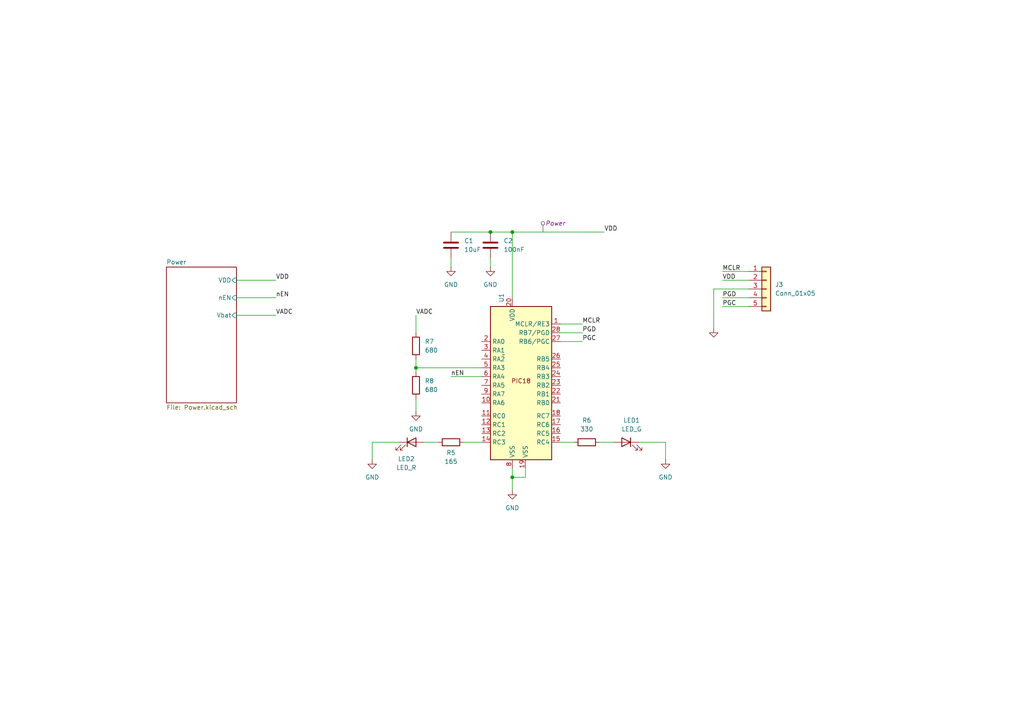
<source format=kicad_sch>
(kicad_sch
	(version 20231120)
	(generator "eeschema")
	(generator_version "8.0")
	(uuid "c24e2f21-8797-422e-bbec-670f84f6d04a")
	(paper "A4")
	(lib_symbols
		(symbol "Connector_Generic:Conn_01x05"
			(pin_names
				(offset 1.016) hide)
			(exclude_from_sim no)
			(in_bom yes)
			(on_board yes)
			(property "Reference" "J"
				(at 0 7.62 0)
				(effects
					(font
						(size 1.27 1.27)
					)
				)
			)
			(property "Value" "Conn_01x05"
				(at 0 -7.62 0)
				(effects
					(font
						(size 1.27 1.27)
					)
				)
			)
			(property "Footprint" ""
				(at 0 0 0)
				(effects
					(font
						(size 1.27 1.27)
					)
					(hide yes)
				)
			)
			(property "Datasheet" "~"
				(at 0 0 0)
				(effects
					(font
						(size 1.27 1.27)
					)
					(hide yes)
				)
			)
			(property "Description" "Generic connector, single row, 01x05, script generated (kicad-library-utils/schlib/autogen/connector/)"
				(at 0 0 0)
				(effects
					(font
						(size 1.27 1.27)
					)
					(hide yes)
				)
			)
			(property "ki_keywords" "connector"
				(at 0 0 0)
				(effects
					(font
						(size 1.27 1.27)
					)
					(hide yes)
				)
			)
			(property "ki_fp_filters" "Connector*:*_1x??_*"
				(at 0 0 0)
				(effects
					(font
						(size 1.27 1.27)
					)
					(hide yes)
				)
			)
			(symbol "Conn_01x05_1_1"
				(rectangle
					(start -1.27 -4.953)
					(end 0 -5.207)
					(stroke
						(width 0.1524)
						(type default)
					)
					(fill
						(type none)
					)
				)
				(rectangle
					(start -1.27 -2.413)
					(end 0 -2.667)
					(stroke
						(width 0.1524)
						(type default)
					)
					(fill
						(type none)
					)
				)
				(rectangle
					(start -1.27 0.127)
					(end 0 -0.127)
					(stroke
						(width 0.1524)
						(type default)
					)
					(fill
						(type none)
					)
				)
				(rectangle
					(start -1.27 2.667)
					(end 0 2.413)
					(stroke
						(width 0.1524)
						(type default)
					)
					(fill
						(type none)
					)
				)
				(rectangle
					(start -1.27 5.207)
					(end 0 4.953)
					(stroke
						(width 0.1524)
						(type default)
					)
					(fill
						(type none)
					)
				)
				(rectangle
					(start -1.27 6.35)
					(end 1.27 -6.35)
					(stroke
						(width 0.254)
						(type default)
					)
					(fill
						(type background)
					)
				)
				(pin passive line
					(at -5.08 5.08 0)
					(length 3.81)
					(name "Pin_1"
						(effects
							(font
								(size 1.27 1.27)
							)
						)
					)
					(number "1"
						(effects
							(font
								(size 1.27 1.27)
							)
						)
					)
				)
				(pin passive line
					(at -5.08 2.54 0)
					(length 3.81)
					(name "Pin_2"
						(effects
							(font
								(size 1.27 1.27)
							)
						)
					)
					(number "2"
						(effects
							(font
								(size 1.27 1.27)
							)
						)
					)
				)
				(pin passive line
					(at -5.08 0 0)
					(length 3.81)
					(name "Pin_3"
						(effects
							(font
								(size 1.27 1.27)
							)
						)
					)
					(number "3"
						(effects
							(font
								(size 1.27 1.27)
							)
						)
					)
				)
				(pin passive line
					(at -5.08 -2.54 0)
					(length 3.81)
					(name "Pin_4"
						(effects
							(font
								(size 1.27 1.27)
							)
						)
					)
					(number "4"
						(effects
							(font
								(size 1.27 1.27)
							)
						)
					)
				)
				(pin passive line
					(at -5.08 -5.08 0)
					(length 3.81)
					(name "Pin_5"
						(effects
							(font
								(size 1.27 1.27)
							)
						)
					)
					(number "5"
						(effects
							(font
								(size 1.27 1.27)
							)
						)
					)
				)
			)
		)
		(symbol "Device:C"
			(pin_numbers hide)
			(pin_names
				(offset 0.254)
			)
			(exclude_from_sim no)
			(in_bom yes)
			(on_board yes)
			(property "Reference" "C"
				(at 0.635 2.54 0)
				(effects
					(font
						(size 1.27 1.27)
					)
					(justify left)
				)
			)
			(property "Value" "C"
				(at 0.635 -2.54 0)
				(effects
					(font
						(size 1.27 1.27)
					)
					(justify left)
				)
			)
			(property "Footprint" ""
				(at 0.9652 -3.81 0)
				(effects
					(font
						(size 1.27 1.27)
					)
					(hide yes)
				)
			)
			(property "Datasheet" "~"
				(at 0 0 0)
				(effects
					(font
						(size 1.27 1.27)
					)
					(hide yes)
				)
			)
			(property "Description" "Unpolarized capacitor"
				(at 0 0 0)
				(effects
					(font
						(size 1.27 1.27)
					)
					(hide yes)
				)
			)
			(property "ki_keywords" "cap capacitor"
				(at 0 0 0)
				(effects
					(font
						(size 1.27 1.27)
					)
					(hide yes)
				)
			)
			(property "ki_fp_filters" "C_*"
				(at 0 0 0)
				(effects
					(font
						(size 1.27 1.27)
					)
					(hide yes)
				)
			)
			(symbol "C_0_1"
				(polyline
					(pts
						(xy -2.032 -0.762) (xy 2.032 -0.762)
					)
					(stroke
						(width 0.508)
						(type default)
					)
					(fill
						(type none)
					)
				)
				(polyline
					(pts
						(xy -2.032 0.762) (xy 2.032 0.762)
					)
					(stroke
						(width 0.508)
						(type default)
					)
					(fill
						(type none)
					)
				)
			)
			(symbol "C_1_1"
				(pin passive line
					(at 0 3.81 270)
					(length 2.794)
					(name "~"
						(effects
							(font
								(size 1.27 1.27)
							)
						)
					)
					(number "1"
						(effects
							(font
								(size 1.27 1.27)
							)
						)
					)
				)
				(pin passive line
					(at 0 -3.81 90)
					(length 2.794)
					(name "~"
						(effects
							(font
								(size 1.27 1.27)
							)
						)
					)
					(number "2"
						(effects
							(font
								(size 1.27 1.27)
							)
						)
					)
				)
			)
		)
		(symbol "Device:LED"
			(pin_numbers hide)
			(pin_names
				(offset 1.016) hide)
			(exclude_from_sim no)
			(in_bom yes)
			(on_board yes)
			(property "Reference" "D"
				(at 0 2.54 0)
				(effects
					(font
						(size 1.27 1.27)
					)
				)
			)
			(property "Value" "LED"
				(at 0 -2.54 0)
				(effects
					(font
						(size 1.27 1.27)
					)
				)
			)
			(property "Footprint" ""
				(at 0 0 0)
				(effects
					(font
						(size 1.27 1.27)
					)
					(hide yes)
				)
			)
			(property "Datasheet" "~"
				(at 0 0 0)
				(effects
					(font
						(size 1.27 1.27)
					)
					(hide yes)
				)
			)
			(property "Description" "Light emitting diode"
				(at 0 0 0)
				(effects
					(font
						(size 1.27 1.27)
					)
					(hide yes)
				)
			)
			(property "ki_keywords" "LED diode"
				(at 0 0 0)
				(effects
					(font
						(size 1.27 1.27)
					)
					(hide yes)
				)
			)
			(property "ki_fp_filters" "LED* LED_SMD:* LED_THT:*"
				(at 0 0 0)
				(effects
					(font
						(size 1.27 1.27)
					)
					(hide yes)
				)
			)
			(symbol "LED_0_1"
				(polyline
					(pts
						(xy -1.27 -1.27) (xy -1.27 1.27)
					)
					(stroke
						(width 0.254)
						(type default)
					)
					(fill
						(type none)
					)
				)
				(polyline
					(pts
						(xy -1.27 0) (xy 1.27 0)
					)
					(stroke
						(width 0)
						(type default)
					)
					(fill
						(type none)
					)
				)
				(polyline
					(pts
						(xy 1.27 -1.27) (xy 1.27 1.27) (xy -1.27 0) (xy 1.27 -1.27)
					)
					(stroke
						(width 0.254)
						(type default)
					)
					(fill
						(type none)
					)
				)
				(polyline
					(pts
						(xy -3.048 -0.762) (xy -4.572 -2.286) (xy -3.81 -2.286) (xy -4.572 -2.286) (xy -4.572 -1.524)
					)
					(stroke
						(width 0)
						(type default)
					)
					(fill
						(type none)
					)
				)
				(polyline
					(pts
						(xy -1.778 -0.762) (xy -3.302 -2.286) (xy -2.54 -2.286) (xy -3.302 -2.286) (xy -3.302 -1.524)
					)
					(stroke
						(width 0)
						(type default)
					)
					(fill
						(type none)
					)
				)
			)
			(symbol "LED_1_1"
				(pin passive line
					(at -3.81 0 0)
					(length 2.54)
					(name "K"
						(effects
							(font
								(size 1.27 1.27)
							)
						)
					)
					(number "1"
						(effects
							(font
								(size 1.27 1.27)
							)
						)
					)
				)
				(pin passive line
					(at 3.81 0 180)
					(length 2.54)
					(name "A"
						(effects
							(font
								(size 1.27 1.27)
							)
						)
					)
					(number "2"
						(effects
							(font
								(size 1.27 1.27)
							)
						)
					)
				)
			)
		)
		(symbol "Device:R"
			(pin_numbers hide)
			(pin_names
				(offset 0)
			)
			(exclude_from_sim no)
			(in_bom yes)
			(on_board yes)
			(property "Reference" "R"
				(at 2.032 0 90)
				(effects
					(font
						(size 1.27 1.27)
					)
				)
			)
			(property "Value" "R"
				(at 0 0 90)
				(effects
					(font
						(size 1.27 1.27)
					)
				)
			)
			(property "Footprint" ""
				(at -1.778 0 90)
				(effects
					(font
						(size 1.27 1.27)
					)
					(hide yes)
				)
			)
			(property "Datasheet" "~"
				(at 0 0 0)
				(effects
					(font
						(size 1.27 1.27)
					)
					(hide yes)
				)
			)
			(property "Description" "Resistor"
				(at 0 0 0)
				(effects
					(font
						(size 1.27 1.27)
					)
					(hide yes)
				)
			)
			(property "ki_keywords" "R res resistor"
				(at 0 0 0)
				(effects
					(font
						(size 1.27 1.27)
					)
					(hide yes)
				)
			)
			(property "ki_fp_filters" "R_*"
				(at 0 0 0)
				(effects
					(font
						(size 1.27 1.27)
					)
					(hide yes)
				)
			)
			(symbol "R_0_1"
				(rectangle
					(start -1.016 -2.54)
					(end 1.016 2.54)
					(stroke
						(width 0.254)
						(type default)
					)
					(fill
						(type none)
					)
				)
			)
			(symbol "R_1_1"
				(pin passive line
					(at 0 3.81 270)
					(length 1.27)
					(name "~"
						(effects
							(font
								(size 1.27 1.27)
							)
						)
					)
					(number "1"
						(effects
							(font
								(size 1.27 1.27)
							)
						)
					)
				)
				(pin passive line
					(at 0 -3.81 90)
					(length 1.27)
					(name "~"
						(effects
							(font
								(size 1.27 1.27)
							)
						)
					)
					(number "2"
						(effects
							(font
								(size 1.27 1.27)
							)
						)
					)
				)
			)
		)
		(symbol "PIC_MCU:PIC18LF26K22-I/SO"
			(exclude_from_sim no)
			(in_bom yes)
			(on_board yes)
			(property "Reference" "U"
				(at -1.27 22.86 0)
				(effects
					(font
						(size 1.27 1.27)
					)
				)
			)
			(property "Value" ""
				(at -5.08 7.62 0)
				(effects
					(font
						(size 1.27 1.27)
					)
				)
			)
			(property "Footprint" ""
				(at -5.08 7.62 0)
				(effects
					(font
						(size 1.27 1.27)
					)
					(hide yes)
				)
			)
			(property "Datasheet" ""
				(at -5.08 7.62 0)
				(effects
					(font
						(size 1.27 1.27)
					)
					(hide yes)
				)
			)
			(property "Description" ""
				(at 0 0 0)
				(effects
					(font
						(size 1.27 1.27)
					)
					(hide yes)
				)
			)
			(symbol "PIC18LF26K22-I/SO_1_1"
				(rectangle
					(start -8.89 21.59)
					(end 8.89 -22.86)
					(stroke
						(width 0.254)
						(type default)
					)
					(fill
						(type background)
					)
				)
				(text "PIC18"
					(at 0 0 0)
					(effects
						(font
							(size 1.27 1.27)
						)
					)
				)
				(pin bidirectional line
					(at 11.43 16.51 180)
					(length 2.54)
					(name "MCLR/RE3"
						(effects
							(font
								(size 1.27 1.27)
							)
						)
					)
					(number "1"
						(effects
							(font
								(size 1.27 1.27)
							)
						)
					)
				)
				(pin bidirectional line
					(at -11.43 -6.35 0)
					(length 2.54)
					(name "RA6"
						(effects
							(font
								(size 1.27 1.27)
							)
						)
					)
					(number "10"
						(effects
							(font
								(size 1.27 1.27)
							)
						)
					)
				)
				(pin bidirectional line
					(at -11.43 -10.16 0)
					(length 2.54)
					(name "RC0"
						(effects
							(font
								(size 1.27 1.27)
							)
						)
					)
					(number "11"
						(effects
							(font
								(size 1.27 1.27)
							)
						)
					)
				)
				(pin bidirectional line
					(at -11.43 -12.7 0)
					(length 2.54)
					(name "RC1"
						(effects
							(font
								(size 1.27 1.27)
							)
						)
					)
					(number "12"
						(effects
							(font
								(size 1.27 1.27)
							)
						)
					)
				)
				(pin bidirectional line
					(at -11.43 -15.24 0)
					(length 2.54)
					(name "RC2"
						(effects
							(font
								(size 1.27 1.27)
							)
						)
					)
					(number "13"
						(effects
							(font
								(size 1.27 1.27)
							)
						)
					)
				)
				(pin bidirectional line
					(at -11.43 -17.78 0)
					(length 2.54)
					(name "RC3"
						(effects
							(font
								(size 1.27 1.27)
							)
						)
					)
					(number "14"
						(effects
							(font
								(size 1.27 1.27)
							)
						)
					)
				)
				(pin bidirectional line
					(at 11.43 -17.78 180)
					(length 2.54)
					(name "RC4"
						(effects
							(font
								(size 1.27 1.27)
							)
						)
					)
					(number "15"
						(effects
							(font
								(size 1.27 1.27)
							)
						)
					)
				)
				(pin bidirectional line
					(at 11.43 -15.24 180)
					(length 2.54)
					(name "RC5"
						(effects
							(font
								(size 1.27 1.27)
							)
						)
					)
					(number "16"
						(effects
							(font
								(size 1.27 1.27)
							)
						)
					)
				)
				(pin bidirectional line
					(at 11.43 -12.7 180)
					(length 2.54)
					(name "RC6"
						(effects
							(font
								(size 1.27 1.27)
							)
						)
					)
					(number "17"
						(effects
							(font
								(size 1.27 1.27)
							)
						)
					)
				)
				(pin bidirectional line
					(at 11.43 -10.16 180)
					(length 2.54)
					(name "RC7"
						(effects
							(font
								(size 1.27 1.27)
							)
						)
					)
					(number "18"
						(effects
							(font
								(size 1.27 1.27)
							)
						)
					)
				)
				(pin power_in line
					(at 1.27 -25.4 90)
					(length 2.54)
					(name "VSS"
						(effects
							(font
								(size 1.27 1.27)
							)
						)
					)
					(number "19"
						(effects
							(font
								(size 1.27 1.27)
							)
						)
					)
				)
				(pin bidirectional line
					(at -11.43 11.43 0)
					(length 2.54)
					(name "RA0"
						(effects
							(font
								(size 1.27 1.27)
							)
						)
					)
					(number "2"
						(effects
							(font
								(size 1.27 1.27)
							)
						)
					)
				)
				(pin power_in line
					(at -2.54 24.13 270)
					(length 2.54)
					(name "VDD"
						(effects
							(font
								(size 1.27 1.27)
							)
						)
					)
					(number "20"
						(effects
							(font
								(size 1.27 1.27)
							)
						)
					)
				)
				(pin bidirectional line
					(at 11.43 -6.35 180)
					(length 2.54)
					(name "RB0"
						(effects
							(font
								(size 1.27 1.27)
							)
						)
					)
					(number "21"
						(effects
							(font
								(size 1.27 1.27)
							)
						)
					)
				)
				(pin bidirectional line
					(at 11.43 -3.81 180)
					(length 2.54)
					(name "RB1"
						(effects
							(font
								(size 1.27 1.27)
							)
						)
					)
					(number "22"
						(effects
							(font
								(size 1.27 1.27)
							)
						)
					)
				)
				(pin bidirectional line
					(at 11.43 -1.27 180)
					(length 2.54)
					(name "RB2"
						(effects
							(font
								(size 1.27 1.27)
							)
						)
					)
					(number "23"
						(effects
							(font
								(size 1.27 1.27)
							)
						)
					)
				)
				(pin bidirectional line
					(at 11.43 1.27 180)
					(length 2.54)
					(name "RB3"
						(effects
							(font
								(size 1.27 1.27)
							)
						)
					)
					(number "24"
						(effects
							(font
								(size 1.27 1.27)
							)
						)
					)
				)
				(pin bidirectional line
					(at 11.43 3.81 180)
					(length 2.54)
					(name "RB4"
						(effects
							(font
								(size 1.27 1.27)
							)
						)
					)
					(number "25"
						(effects
							(font
								(size 1.27 1.27)
							)
						)
					)
				)
				(pin bidirectional line
					(at 11.43 6.35 180)
					(length 2.54)
					(name "RB5"
						(effects
							(font
								(size 1.27 1.27)
							)
						)
					)
					(number "26"
						(effects
							(font
								(size 1.27 1.27)
							)
						)
					)
				)
				(pin bidirectional line
					(at 11.43 11.43 180)
					(length 2.54)
					(name "RB6/PGC"
						(effects
							(font
								(size 1.27 1.27)
							)
						)
					)
					(number "27"
						(effects
							(font
								(size 1.27 1.27)
							)
						)
					)
				)
				(pin bidirectional line
					(at 11.43 13.97 180)
					(length 2.54)
					(name "RB7/PGD"
						(effects
							(font
								(size 1.27 1.27)
							)
						)
					)
					(number "28"
						(effects
							(font
								(size 1.27 1.27)
							)
						)
					)
				)
				(pin bidirectional line
					(at -11.43 8.89 0)
					(length 2.54)
					(name "RA1"
						(effects
							(font
								(size 1.27 1.27)
							)
						)
					)
					(number "3"
						(effects
							(font
								(size 1.27 1.27)
							)
						)
					)
				)
				(pin bidirectional line
					(at -11.43 6.35 0)
					(length 2.54)
					(name "RA2"
						(effects
							(font
								(size 1.27 1.27)
							)
						)
					)
					(number "4"
						(effects
							(font
								(size 1.27 1.27)
							)
						)
					)
				)
				(pin bidirectional line
					(at -11.43 3.81 0)
					(length 2.54)
					(name "RA3"
						(effects
							(font
								(size 1.27 1.27)
							)
						)
					)
					(number "5"
						(effects
							(font
								(size 1.27 1.27)
							)
						)
					)
				)
				(pin bidirectional line
					(at -11.43 1.27 0)
					(length 2.54)
					(name "RA4"
						(effects
							(font
								(size 1.27 1.27)
							)
						)
					)
					(number "6"
						(effects
							(font
								(size 1.27 1.27)
							)
						)
					)
				)
				(pin bidirectional line
					(at -11.43 -1.27 0)
					(length 2.54)
					(name "RA5"
						(effects
							(font
								(size 1.27 1.27)
							)
						)
					)
					(number "7"
						(effects
							(font
								(size 1.27 1.27)
							)
						)
					)
				)
				(pin power_in line
					(at -2.54 -25.4 90)
					(length 2.54)
					(name "VSS"
						(effects
							(font
								(size 1.27 1.27)
							)
						)
					)
					(number "8"
						(effects
							(font
								(size 1.27 1.27)
							)
						)
					)
				)
				(pin bidirectional line
					(at -11.43 -3.81 0)
					(length 2.54)
					(name "RA7"
						(effects
							(font
								(size 1.27 1.27)
							)
						)
					)
					(number "9"
						(effects
							(font
								(size 1.27 1.27)
							)
						)
					)
				)
			)
		)
		(symbol "power:GND"
			(power)
			(pin_numbers hide)
			(pin_names
				(offset 0) hide)
			(exclude_from_sim no)
			(in_bom yes)
			(on_board yes)
			(property "Reference" "#PWR"
				(at 0 -6.35 0)
				(effects
					(font
						(size 1.27 1.27)
					)
					(hide yes)
				)
			)
			(property "Value" "GND"
				(at 0 -3.81 0)
				(effects
					(font
						(size 1.27 1.27)
					)
				)
			)
			(property "Footprint" ""
				(at 0 0 0)
				(effects
					(font
						(size 1.27 1.27)
					)
					(hide yes)
				)
			)
			(property "Datasheet" ""
				(at 0 0 0)
				(effects
					(font
						(size 1.27 1.27)
					)
					(hide yes)
				)
			)
			(property "Description" "Power symbol creates a global label with name \"GND\" , ground"
				(at 0 0 0)
				(effects
					(font
						(size 1.27 1.27)
					)
					(hide yes)
				)
			)
			(property "ki_keywords" "global power"
				(at 0 0 0)
				(effects
					(font
						(size 1.27 1.27)
					)
					(hide yes)
				)
			)
			(symbol "GND_0_1"
				(polyline
					(pts
						(xy 0 0) (xy 0 -1.27) (xy 1.27 -1.27) (xy 0 -2.54) (xy -1.27 -1.27) (xy 0 -1.27)
					)
					(stroke
						(width 0)
						(type default)
					)
					(fill
						(type none)
					)
				)
			)
			(symbol "GND_1_1"
				(pin power_in line
					(at 0 0 270)
					(length 0)
					(name "~"
						(effects
							(font
								(size 1.27 1.27)
							)
						)
					)
					(number "1"
						(effects
							(font
								(size 1.27 1.27)
							)
						)
					)
				)
			)
		)
	)
	(junction
		(at 142.24 67.31)
		(diameter 0)
		(color 0 0 0 0)
		(uuid "42568265-6bbd-4bb1-8e54-4cf3fcb4b7e6")
	)
	(junction
		(at 120.65 106.68)
		(diameter 0)
		(color 0 0 0 0)
		(uuid "4837bfd5-8709-4ae1-bac6-beaec780db74")
	)
	(junction
		(at 148.59 67.31)
		(diameter 0)
		(color 0 0 0 0)
		(uuid "68d90f7e-92dd-44ec-95ce-c7c1a4c861d9")
	)
	(junction
		(at 148.59 138.43)
		(diameter 0)
		(color 0 0 0 0)
		(uuid "8f32f4e3-9b73-4574-8999-731fa9f99782")
	)
	(wire
		(pts
			(xy 162.56 96.52) (xy 168.91 96.52)
		)
		(stroke
			(width 0)
			(type default)
		)
		(uuid "021fedfd-6446-4fe0-9dfb-d76373487445")
	)
	(wire
		(pts
			(xy 130.81 109.22) (xy 139.7 109.22)
		)
		(stroke
			(width 0)
			(type default)
		)
		(uuid "08e25042-ad1d-454d-971b-9419bf9dd509")
	)
	(wire
		(pts
			(xy 209.55 78.74) (xy 217.17 78.74)
		)
		(stroke
			(width 0)
			(type default)
		)
		(uuid "0d004078-fcb3-4618-baf6-5731ac1dbbfa")
	)
	(wire
		(pts
			(xy 120.65 104.14) (xy 120.65 106.68)
		)
		(stroke
			(width 0)
			(type default)
		)
		(uuid "11676ec6-4dbc-4c2a-945c-f2564ffcb902")
	)
	(wire
		(pts
			(xy 107.95 128.27) (xy 115.57 128.27)
		)
		(stroke
			(width 0)
			(type default)
		)
		(uuid "162d59e6-9e75-4ba8-a3e7-c4457f09f1d3")
	)
	(wire
		(pts
			(xy 209.55 81.28) (xy 217.17 81.28)
		)
		(stroke
			(width 0)
			(type default)
		)
		(uuid "194137ee-53f6-4b0d-834c-1ac41286fa18")
	)
	(wire
		(pts
			(xy 107.95 128.27) (xy 107.95 133.35)
		)
		(stroke
			(width 0)
			(type default)
		)
		(uuid "2651c178-d5d4-4535-9210-39ecb3ef4a9b")
	)
	(wire
		(pts
			(xy 185.42 128.27) (xy 193.04 128.27)
		)
		(stroke
			(width 0)
			(type default)
		)
		(uuid "26f8a1c3-769d-49a2-b4a2-bd24a3879ff3")
	)
	(wire
		(pts
			(xy 123.19 128.27) (xy 127 128.27)
		)
		(stroke
			(width 0)
			(type default)
		)
		(uuid "2c40b245-341b-4187-a3db-19a664cd115d")
	)
	(wire
		(pts
			(xy 148.59 67.31) (xy 148.59 86.36)
		)
		(stroke
			(width 0)
			(type default)
		)
		(uuid "346c63f4-f135-4a87-af81-83f83da3b1d4")
	)
	(wire
		(pts
			(xy 209.55 88.9) (xy 217.17 88.9)
		)
		(stroke
			(width 0)
			(type default)
		)
		(uuid "348db858-fd52-46e1-8cba-8dfe341f7ca6")
	)
	(wire
		(pts
			(xy 120.65 106.68) (xy 139.7 106.68)
		)
		(stroke
			(width 0)
			(type default)
		)
		(uuid "3683e88d-fa5b-40c8-ba44-043e74478693")
	)
	(wire
		(pts
			(xy 162.56 93.98) (xy 168.91 93.98)
		)
		(stroke
			(width 0)
			(type default)
		)
		(uuid "39b3545b-0f70-4f02-9ae8-722ba58e3b11")
	)
	(wire
		(pts
			(xy 217.17 83.82) (xy 207.01 83.82)
		)
		(stroke
			(width 0)
			(type default)
		)
		(uuid "3c600afd-d7ed-4678-90db-c74b1f8c16ff")
	)
	(wire
		(pts
			(xy 162.56 99.06) (xy 168.91 99.06)
		)
		(stroke
			(width 0)
			(type default)
		)
		(uuid "3d99725b-4ef4-40ff-b23d-9bd20cd0f60e")
	)
	(wire
		(pts
			(xy 207.01 83.82) (xy 207.01 95.25)
		)
		(stroke
			(width 0)
			(type default)
		)
		(uuid "3ea8f100-2980-4f45-8465-512892620d40")
	)
	(wire
		(pts
			(xy 142.24 74.93) (xy 142.24 77.47)
		)
		(stroke
			(width 0)
			(type default)
		)
		(uuid "42f7a3f1-2f6a-4b09-9493-0efc93f3a18f")
	)
	(wire
		(pts
			(xy 120.65 115.57) (xy 120.65 119.38)
		)
		(stroke
			(width 0)
			(type default)
		)
		(uuid "4d37aabc-6e95-474f-b995-09bb399cbbed")
	)
	(wire
		(pts
			(xy 130.81 67.31) (xy 142.24 67.31)
		)
		(stroke
			(width 0)
			(type default)
		)
		(uuid "7242e05b-de5d-4d9e-9de1-7ae4e963f9a6")
	)
	(wire
		(pts
			(xy 148.59 67.31) (xy 175.26 67.31)
		)
		(stroke
			(width 0)
			(type default)
		)
		(uuid "74c19fa6-f836-4b7c-919e-c1dc907c1b44")
	)
	(wire
		(pts
			(xy 142.24 67.31) (xy 148.59 67.31)
		)
		(stroke
			(width 0)
			(type default)
		)
		(uuid "766de158-a78c-420c-a6dc-f7e9671a30d9")
	)
	(wire
		(pts
			(xy 193.04 128.27) (xy 193.04 133.35)
		)
		(stroke
			(width 0)
			(type default)
		)
		(uuid "87c527b3-ddf3-4d21-a9f2-8be596fd7cef")
	)
	(wire
		(pts
			(xy 177.8 128.27) (xy 173.99 128.27)
		)
		(stroke
			(width 0)
			(type default)
		)
		(uuid "9873c79c-ce5c-4bda-8a6d-53be78de3c21")
	)
	(wire
		(pts
			(xy 148.59 135.89) (xy 148.59 138.43)
		)
		(stroke
			(width 0)
			(type default)
		)
		(uuid "9b1312c7-1cf8-43b5-aa10-d251a6bbd56d")
	)
	(wire
		(pts
			(xy 68.58 81.28) (xy 80.01 81.28)
		)
		(stroke
			(width 0)
			(type default)
		)
		(uuid "a390a255-c039-4385-812f-70d80f17f663")
	)
	(wire
		(pts
			(xy 152.4 138.43) (xy 152.4 135.89)
		)
		(stroke
			(width 0)
			(type default)
		)
		(uuid "a8df001f-655d-4550-a472-91e11cdc34b1")
	)
	(wire
		(pts
			(xy 68.58 86.36) (xy 80.01 86.36)
		)
		(stroke
			(width 0)
			(type default)
		)
		(uuid "ab1d538e-f926-4314-9dbd-cb6433e369c8")
	)
	(wire
		(pts
			(xy 130.81 74.93) (xy 130.81 77.47)
		)
		(stroke
			(width 0)
			(type default)
		)
		(uuid "ae591379-a4ff-4170-9472-069b13f69e05")
	)
	(wire
		(pts
			(xy 162.56 128.27) (xy 166.37 128.27)
		)
		(stroke
			(width 0)
			(type default)
		)
		(uuid "ba8f43b2-fb21-4f2a-a80a-e2e7bbb0db56")
	)
	(wire
		(pts
			(xy 148.59 138.43) (xy 152.4 138.43)
		)
		(stroke
			(width 0)
			(type default)
		)
		(uuid "bb9f71a9-0e3e-4048-a57f-a283836ee178")
	)
	(wire
		(pts
			(xy 120.65 91.44) (xy 120.65 96.52)
		)
		(stroke
			(width 0)
			(type default)
		)
		(uuid "d8705cfa-68f0-46bb-bb7b-4bce17c9e1bf")
	)
	(wire
		(pts
			(xy 68.58 91.44) (xy 80.01 91.44)
		)
		(stroke
			(width 0)
			(type default)
		)
		(uuid "d9cee56b-ca76-4e26-977b-915be38bda4a")
	)
	(wire
		(pts
			(xy 134.62 128.27) (xy 139.7 128.27)
		)
		(stroke
			(width 0)
			(type default)
		)
		(uuid "dda234fd-9d6a-408e-8825-3b59b63e2e61")
	)
	(wire
		(pts
			(xy 120.65 106.68) (xy 120.65 107.95)
		)
		(stroke
			(width 0)
			(type default)
		)
		(uuid "e2d383dd-091a-4d5c-a01a-862567da58a9")
	)
	(wire
		(pts
			(xy 209.55 86.36) (xy 217.17 86.36)
		)
		(stroke
			(width 0)
			(type default)
		)
		(uuid "f2152f1a-89ef-4f64-991b-65170559e484")
	)
	(wire
		(pts
			(xy 148.59 138.43) (xy 148.59 142.24)
		)
		(stroke
			(width 0)
			(type default)
		)
		(uuid "f423b28c-7f89-4413-b203-515713262fc2")
	)
	(label "VDD"
		(at 80.01 81.28 0)
		(fields_autoplaced yes)
		(effects
			(font
				(size 1.27 1.27)
			)
			(justify left bottom)
		)
		(uuid "02186eba-598a-48dd-8bc5-47a20fc1f973")
	)
	(label "VADC"
		(at 80.01 91.44 0)
		(fields_autoplaced yes)
		(effects
			(font
				(size 1.27 1.27)
			)
			(justify left bottom)
		)
		(uuid "0694c65c-ac83-4a7b-b00b-bfb3858268e5")
	)
	(label "PGC"
		(at 209.55 88.9 0)
		(fields_autoplaced yes)
		(effects
			(font
				(size 1.27 1.27)
			)
			(justify left bottom)
		)
		(uuid "1231d7e8-4c12-43fa-ad90-5928e4867aec")
	)
	(label "VDD"
		(at 175.26 67.31 0)
		(fields_autoplaced yes)
		(effects
			(font
				(size 1.27 1.27)
			)
			(justify left bottom)
		)
		(uuid "25b488b1-2f8b-4081-af94-2ca34c3a2f3c")
	)
	(label "nEN"
		(at 130.81 109.22 0)
		(fields_autoplaced yes)
		(effects
			(font
				(size 1.27 1.27)
			)
			(justify left bottom)
		)
		(uuid "3fabf6ea-7f61-4ed7-a12b-77bcb307e662")
	)
	(label "PGC"
		(at 168.91 99.06 0)
		(fields_autoplaced yes)
		(effects
			(font
				(size 1.27 1.27)
			)
			(justify left bottom)
		)
		(uuid "5de2e263-e4cc-4e1c-a206-cc3c41e2242a")
	)
	(label "PGD"
		(at 209.55 86.36 0)
		(fields_autoplaced yes)
		(effects
			(font
				(size 1.27 1.27)
			)
			(justify left bottom)
		)
		(uuid "788b510e-8554-4226-b9b7-01dd100c0530")
	)
	(label "VADC"
		(at 120.65 91.44 0)
		(fields_autoplaced yes)
		(effects
			(font
				(size 1.27 1.27)
			)
			(justify left bottom)
		)
		(uuid "9e0e6701-22e3-456c-8ec5-d214b1c47731")
	)
	(label "nEN"
		(at 80.01 86.36 0)
		(fields_autoplaced yes)
		(effects
			(font
				(size 1.27 1.27)
			)
			(justify left bottom)
		)
		(uuid "a69702d5-4c9d-44bc-8f49-8c598e525e7f")
	)
	(label "MCLR"
		(at 209.55 78.74 0)
		(fields_autoplaced yes)
		(effects
			(font
				(size 1.27 1.27)
			)
			(justify left bottom)
		)
		(uuid "ae6defec-4485-4bfe-9dae-527b917dc86d")
	)
	(label "MCLR"
		(at 168.91 93.98 0)
		(fields_autoplaced yes)
		(effects
			(font
				(size 1.27 1.27)
			)
			(justify left bottom)
		)
		(uuid "c9d2d491-3ec2-4e56-a23b-8a321e12c33c")
	)
	(label "PGD"
		(at 168.91 96.52 0)
		(fields_autoplaced yes)
		(effects
			(font
				(size 1.27 1.27)
			)
			(justify left bottom)
		)
		(uuid "e392cf62-5522-4715-803b-c140575cdeaf")
	)
	(label "VDD"
		(at 209.55 81.28 0)
		(fields_autoplaced yes)
		(effects
			(font
				(size 1.27 1.27)
			)
			(justify left bottom)
		)
		(uuid "e8e7f4a7-40b3-4e71-9a2d-aae1236a9808")
	)
	(netclass_flag ""
		(length 2.54)
		(shape round)
		(at 157.48 67.31 0)
		(fields_autoplaced yes)
		(effects
			(font
				(size 1.27 1.27)
			)
			(justify left bottom)
		)
		(uuid "d0d147a5-5b68-49d4-b68e-0fd49116e4cb")
		(property "Netclass" "Power"
			(at 158.1785 64.77 0)
			(effects
				(font
					(size 1.27 1.27)
					(italic yes)
				)
				(justify left)
			)
		)
	)
	(symbol
		(lib_id "PIC_MCU:PIC18LF26K22-I/SO")
		(at 151.13 110.49 0)
		(unit 1)
		(exclude_from_sim no)
		(in_bom yes)
		(on_board yes)
		(dnp no)
		(uuid "07d2d85d-8757-4fd7-bb27-bd9480e7f255")
		(property "Reference" "U1"
			(at 145.4403 86.36 90)
			(effects
				(font
					(size 1.27 1.27)
				)
			)
		)
		(property "Value" "~"
			(at 146.05 102.87 0)
			(effects
				(font
					(size 1.27 1.27)
				)
			)
		)
		(property "Footprint" "Package_SO:SOIC-28W_7.5x17.9mm_P1.27mm"
			(at 146.05 102.87 0)
			(effects
				(font
					(size 1.27 1.27)
				)
				(hide yes)
			)
		)
		(property "Datasheet" ""
			(at 146.05 102.87 0)
			(effects
				(font
					(size 1.27 1.27)
				)
				(hide yes)
			)
		)
		(property "Description" ""
			(at 151.13 110.49 0)
			(effects
				(font
					(size 1.27 1.27)
				)
				(hide yes)
			)
		)
		(property "Part#" "PIC18F26K42-I/SO"
			(at 151.13 110.49 90)
			(effects
				(font
					(size 1.27 1.27)
				)
				(hide yes)
			)
		)
		(pin "1"
			(uuid "65f7439d-9758-4e0b-b254-170067ee25ef")
		)
		(pin "10"
			(uuid "798397b1-88c7-4e9d-a331-f30165560689")
		)
		(pin "11"
			(uuid "85431971-414f-4f39-8b96-0a78d8dc7860")
		)
		(pin "12"
			(uuid "14365d49-8e21-4ae1-9172-669bc25ad43b")
		)
		(pin "13"
			(uuid "3c846384-ed37-4c75-a9a2-d7c84c36e862")
		)
		(pin "14"
			(uuid "e0f87075-2242-4b5c-a79a-2aa05ba3bb92")
		)
		(pin "15"
			(uuid "97ccdc86-96e7-4c53-8180-0f24eb191c38")
		)
		(pin "16"
			(uuid "56ca1040-434c-4b0c-b027-49fd2e303ea6")
		)
		(pin "17"
			(uuid "77602211-801b-41ad-86ba-95c65f6ac1b2")
		)
		(pin "18"
			(uuid "643cab0a-cbef-42fb-ad4a-651f8ac21c08")
		)
		(pin "19"
			(uuid "bf405c3c-ed51-4a6f-9e98-94e59a02adf3")
		)
		(pin "2"
			(uuid "64d6b8f1-b768-47e3-be1d-4c409cd42541")
		)
		(pin "20"
			(uuid "8067e1bc-cc88-42d2-8401-1c464d26b525")
		)
		(pin "21"
			(uuid "f276dc00-3254-42d3-8535-5dbfd509fab5")
		)
		(pin "22"
			(uuid "4ad06e6e-8f30-4e0c-ba22-1ba229a11dd2")
		)
		(pin "23"
			(uuid "fa640997-1251-47ed-9227-2b6e7da6850f")
		)
		(pin "24"
			(uuid "46a50e6f-d7a5-4016-95ad-a62d64c2b01b")
		)
		(pin "25"
			(uuid "3e5071e0-d30c-4226-b935-dca118a47645")
		)
		(pin "26"
			(uuid "f56378c5-ca4e-4dd1-b21a-ba261300e55a")
		)
		(pin "27"
			(uuid "cce0e078-dc40-4453-8d06-d14f6cf74813")
		)
		(pin "28"
			(uuid "90fc22ca-714d-4178-b1a6-15960b899bcd")
		)
		(pin "3"
			(uuid "a8c136a4-ac59-493a-b401-e12a08e9b69a")
		)
		(pin "4"
			(uuid "7723bd89-1d6e-422f-bc28-9e4dc346b594")
		)
		(pin "5"
			(uuid "bef563e0-d617-4e5b-8ca9-d2deaebe75b2")
		)
		(pin "6"
			(uuid "cb5853ff-4168-418d-92a6-47324905991f")
		)
		(pin "7"
			(uuid "bdf749fb-a7b4-44fd-a2d2-36622076f41f")
		)
		(pin "8"
			(uuid "bf74a123-9539-468d-82bb-69131d538dba")
		)
		(pin "9"
			(uuid "15baad05-54c7-4789-ab0b-26ffbb135ff8")
		)
		(instances
			(project "Charger USB"
				(path "/c24e2f21-8797-422e-bbec-670f84f6d04a"
					(reference "U1")
					(unit 1)
				)
			)
		)
	)
	(symbol
		(lib_id "power:GND")
		(at 148.59 142.24 0)
		(unit 1)
		(exclude_from_sim no)
		(in_bom yes)
		(on_board yes)
		(dnp no)
		(fields_autoplaced yes)
		(uuid "0e00e8fe-f127-4ddf-a222-59cb8d8ad665")
		(property "Reference" "#PWR06"
			(at 148.59 148.59 0)
			(effects
				(font
					(size 1.27 1.27)
				)
				(hide yes)
			)
		)
		(property "Value" "GND"
			(at 148.59 147.32 0)
			(effects
				(font
					(size 1.27 1.27)
				)
			)
		)
		(property "Footprint" ""
			(at 148.59 142.24 0)
			(effects
				(font
					(size 1.27 1.27)
				)
				(hide yes)
			)
		)
		(property "Datasheet" ""
			(at 148.59 142.24 0)
			(effects
				(font
					(size 1.27 1.27)
				)
				(hide yes)
			)
		)
		(property "Description" "Power symbol creates a global label with name \"GND\" , ground"
			(at 148.59 142.24 0)
			(effects
				(font
					(size 1.27 1.27)
				)
				(hide yes)
			)
		)
		(pin "1"
			(uuid "cd18e41e-b0d9-4b2d-933e-6a32d290a4a9")
		)
		(instances
			(project "Charger USB"
				(path "/c24e2f21-8797-422e-bbec-670f84f6d04a"
					(reference "#PWR06")
					(unit 1)
				)
			)
		)
	)
	(symbol
		(lib_id "Device:LED")
		(at 181.61 128.27 0)
		(mirror y)
		(unit 1)
		(exclude_from_sim no)
		(in_bom yes)
		(on_board yes)
		(dnp no)
		(fields_autoplaced yes)
		(uuid "15d8b881-73d7-4910-8656-7b574565d960")
		(property "Reference" "LED1"
			(at 183.1975 121.92 0)
			(effects
				(font
					(size 1.27 1.27)
				)
			)
		)
		(property "Value" "LED_G"
			(at 183.1975 124.46 0)
			(effects
				(font
					(size 1.27 1.27)
				)
			)
		)
		(property "Footprint" "LED_THT:LED_D5.0mm"
			(at 181.61 128.27 0)
			(effects
				(font
					(size 1.27 1.27)
				)
				(hide yes)
			)
		)
		(property "Datasheet" "https://www.tme.eu/Document/f3585e7ff26a5e50d0b14cbff92f6c26/LTL-307G.pdf"
			(at 181.61 128.27 0)
			(effects
				(font
					(size 1.27 1.27)
				)
				(hide yes)
			)
		)
		(property "Description" "Light emitting diode"
			(at 181.61 128.27 0)
			(effects
				(font
					(size 1.27 1.27)
				)
				(hide yes)
			)
		)
		(property "Part#" "LTL-307G"
			(at 181.61 128.27 0)
			(effects
				(font
					(size 1.27 1.27)
				)
				(hide yes)
			)
		)
		(pin "1"
			(uuid "df2f15b5-801f-4db2-b168-96d6d76d60fb")
		)
		(pin "2"
			(uuid "f219a92b-1f71-4882-af5d-a97c02e18788")
		)
		(instances
			(project "Charger USB"
				(path "/c24e2f21-8797-422e-bbec-670f84f6d04a"
					(reference "LED1")
					(unit 1)
				)
			)
		)
	)
	(symbol
		(lib_id "power:GND")
		(at 120.65 119.38 0)
		(unit 1)
		(exclude_from_sim no)
		(in_bom yes)
		(on_board yes)
		(dnp no)
		(fields_autoplaced yes)
		(uuid "256dad05-7332-4ca2-a924-c3242c0fe7cb")
		(property "Reference" "#PWR02"
			(at 120.65 125.73 0)
			(effects
				(font
					(size 1.27 1.27)
				)
				(hide yes)
			)
		)
		(property "Value" "GND"
			(at 120.65 124.46 0)
			(effects
				(font
					(size 1.27 1.27)
				)
			)
		)
		(property "Footprint" ""
			(at 120.65 119.38 0)
			(effects
				(font
					(size 1.27 1.27)
				)
				(hide yes)
			)
		)
		(property "Datasheet" ""
			(at 120.65 119.38 0)
			(effects
				(font
					(size 1.27 1.27)
				)
				(hide yes)
			)
		)
		(property "Description" "Power symbol creates a global label with name \"GND\" , ground"
			(at 120.65 119.38 0)
			(effects
				(font
					(size 1.27 1.27)
				)
				(hide yes)
			)
		)
		(pin "1"
			(uuid "6d4157f0-c219-449c-b787-541bc7577090")
		)
		(instances
			(project "Charger USB"
				(path "/c24e2f21-8797-422e-bbec-670f84f6d04a"
					(reference "#PWR02")
					(unit 1)
				)
			)
		)
	)
	(symbol
		(lib_id "power:GND")
		(at 107.95 133.35 0)
		(unit 1)
		(exclude_from_sim no)
		(in_bom yes)
		(on_board yes)
		(dnp no)
		(fields_autoplaced yes)
		(uuid "2597b626-9a79-4cb8-81f2-8c42da0b6144")
		(property "Reference" "#PWR08"
			(at 107.95 139.7 0)
			(effects
				(font
					(size 1.27 1.27)
				)
				(hide yes)
			)
		)
		(property "Value" "GND"
			(at 107.95 138.43 0)
			(effects
				(font
					(size 1.27 1.27)
				)
			)
		)
		(property "Footprint" ""
			(at 107.95 133.35 0)
			(effects
				(font
					(size 1.27 1.27)
				)
				(hide yes)
			)
		)
		(property "Datasheet" ""
			(at 107.95 133.35 0)
			(effects
				(font
					(size 1.27 1.27)
				)
				(hide yes)
			)
		)
		(property "Description" "Power symbol creates a global label with name \"GND\" , ground"
			(at 107.95 133.35 0)
			(effects
				(font
					(size 1.27 1.27)
				)
				(hide yes)
			)
		)
		(pin "1"
			(uuid "52aadf5a-9daf-41c3-92a8-97edf08058c0")
		)
		(instances
			(project ""
				(path "/c24e2f21-8797-422e-bbec-670f84f6d04a"
					(reference "#PWR08")
					(unit 1)
				)
			)
		)
	)
	(symbol
		(lib_id "Device:R")
		(at 170.18 128.27 270)
		(mirror x)
		(unit 1)
		(exclude_from_sim no)
		(in_bom yes)
		(on_board yes)
		(dnp no)
		(fields_autoplaced yes)
		(uuid "381e21e1-02af-4405-8a15-e43b0058d3d4")
		(property "Reference" "R6"
			(at 170.18 121.92 90)
			(effects
				(font
					(size 1.27 1.27)
				)
			)
		)
		(property "Value" "330"
			(at 170.18 124.46 90)
			(effects
				(font
					(size 1.27 1.27)
				)
			)
		)
		(property "Footprint" "Resistor_SMD:R_0603_1608Metric"
			(at 170.18 130.048 90)
			(effects
				(font
					(size 1.27 1.27)
				)
				(hide yes)
			)
		)
		(property "Datasheet" "~"
			(at 170.18 128.27 0)
			(effects
				(font
					(size 1.27 1.27)
				)
				(hide yes)
			)
		)
		(property "Description" "Resistor"
			(at 170.18 128.27 0)
			(effects
				(font
					(size 1.27 1.27)
				)
				(hide yes)
			)
		)
		(property "Part#" "0603SAF3300T5E"
			(at 170.18 128.27 90)
			(effects
				(font
					(size 1.27 1.27)
				)
				(hide yes)
			)
		)
		(pin "2"
			(uuid "d2181cd3-4b76-446d-9f50-22b59eec9480")
		)
		(pin "1"
			(uuid "3e24c181-c9ac-4ec3-8ae4-4b00a37f64f8")
		)
		(instances
			(project "Charger USB"
				(path "/c24e2f21-8797-422e-bbec-670f84f6d04a"
					(reference "R6")
					(unit 1)
				)
			)
		)
	)
	(symbol
		(lib_id "power:GND")
		(at 207.01 95.25 0)
		(unit 1)
		(exclude_from_sim no)
		(in_bom yes)
		(on_board yes)
		(dnp no)
		(fields_autoplaced yes)
		(uuid "4d675a71-dfee-4884-87b8-e6ab22172dd8")
		(property "Reference" "#PWR07"
			(at 207.01 101.6 0)
			(effects
				(font
					(size 1.27 1.27)
				)
				(hide yes)
			)
		)
		(property "Value" "GND"
			(at 207.01 100.33 0)
			(effects
				(font
					(size 1.27 1.27)
				)
				(hide yes)
			)
		)
		(property "Footprint" ""
			(at 207.01 95.25 0)
			(effects
				(font
					(size 1.27 1.27)
				)
				(hide yes)
			)
		)
		(property "Datasheet" ""
			(at 207.01 95.25 0)
			(effects
				(font
					(size 1.27 1.27)
				)
				(hide yes)
			)
		)
		(property "Description" "Power symbol creates a global label with name \"GND\" , ground"
			(at 207.01 95.25 0)
			(effects
				(font
					(size 1.27 1.27)
				)
				(hide yes)
			)
		)
		(pin "1"
			(uuid "c23b31c9-916d-4801-9763-16042f966e41")
		)
		(instances
			(project "Charger USB"
				(path "/c24e2f21-8797-422e-bbec-670f84f6d04a"
					(reference "#PWR07")
					(unit 1)
				)
			)
		)
	)
	(symbol
		(lib_id "Device:R")
		(at 120.65 111.76 0)
		(mirror y)
		(unit 1)
		(exclude_from_sim no)
		(in_bom yes)
		(on_board yes)
		(dnp no)
		(fields_autoplaced yes)
		(uuid "5f85d780-af29-4997-b789-a9b7a4415857")
		(property "Reference" "R8"
			(at 123.19 110.4899 0)
			(effects
				(font
					(size 1.27 1.27)
				)
				(justify right)
			)
		)
		(property "Value" "680"
			(at 123.19 113.0299 0)
			(effects
				(font
					(size 1.27 1.27)
				)
				(justify right)
			)
		)
		(property "Footprint" "Resistor_SMD:R_1206_3216Metric"
			(at 122.428 111.76 90)
			(effects
				(font
					(size 1.27 1.27)
				)
				(hide yes)
			)
		)
		(property "Datasheet" "~"
			(at 120.65 111.76 0)
			(effects
				(font
					(size 1.27 1.27)
				)
				(hide yes)
			)
		)
		(property "Description" "Resistor"
			(at 120.65 111.76 0)
			(effects
				(font
					(size 1.27 1.27)
				)
				(hide yes)
			)
		)
		(property "Part#" "1206S4F1100T5E"
			(at 120.65 111.76 0)
			(effects
				(font
					(size 1.27 1.27)
				)
				(hide yes)
			)
		)
		(pin "2"
			(uuid "df63aec1-40f1-4dae-b6de-bf37d8e2e03a")
		)
		(pin "1"
			(uuid "f49a150f-7414-47ef-b904-b9fe22b26df6")
		)
		(instances
			(project "Charger USB"
				(path "/c24e2f21-8797-422e-bbec-670f84f6d04a"
					(reference "R8")
					(unit 1)
				)
			)
		)
	)
	(symbol
		(lib_id "power:GND")
		(at 193.04 133.35 0)
		(unit 1)
		(exclude_from_sim no)
		(in_bom yes)
		(on_board yes)
		(dnp no)
		(fields_autoplaced yes)
		(uuid "682fa478-25e7-4ce3-986d-bb4c76554b8a")
		(property "Reference" "#PWR09"
			(at 193.04 139.7 0)
			(effects
				(font
					(size 1.27 1.27)
				)
				(hide yes)
			)
		)
		(property "Value" "GND"
			(at 193.04 138.43 0)
			(effects
				(font
					(size 1.27 1.27)
				)
			)
		)
		(property "Footprint" ""
			(at 193.04 133.35 0)
			(effects
				(font
					(size 1.27 1.27)
				)
				(hide yes)
			)
		)
		(property "Datasheet" ""
			(at 193.04 133.35 0)
			(effects
				(font
					(size 1.27 1.27)
				)
				(hide yes)
			)
		)
		(property "Description" "Power symbol creates a global label with name \"GND\" , ground"
			(at 193.04 133.35 0)
			(effects
				(font
					(size 1.27 1.27)
				)
				(hide yes)
			)
		)
		(pin "1"
			(uuid "a1697a73-b573-49df-8403-2b40d5b8060a")
		)
		(instances
			(project "Charger USB"
				(path "/c24e2f21-8797-422e-bbec-670f84f6d04a"
					(reference "#PWR09")
					(unit 1)
				)
			)
		)
	)
	(symbol
		(lib_id "Device:R")
		(at 130.81 128.27 270)
		(unit 1)
		(exclude_from_sim no)
		(in_bom yes)
		(on_board yes)
		(dnp no)
		(uuid "821575f7-c287-4993-959b-c8b5692c2371")
		(property "Reference" "R5"
			(at 130.81 131.318 90)
			(effects
				(font
					(size 1.27 1.27)
				)
			)
		)
		(property "Value" "165"
			(at 130.81 133.858 90)
			(effects
				(font
					(size 1.27 1.27)
				)
			)
		)
		(property "Footprint" "Resistor_SMD:R_0805_2012Metric"
			(at 130.81 126.492 90)
			(effects
				(font
					(size 1.27 1.27)
				)
				(hide yes)
			)
		)
		(property "Datasheet" "~"
			(at 130.81 128.27 0)
			(effects
				(font
					(size 1.27 1.27)
				)
				(hide yes)
			)
		)
		(property "Description" "Resistor"
			(at 130.81 128.27 0)
			(effects
				(font
					(size 1.27 1.27)
				)
				(hide yes)
			)
		)
		(property "Part#" "RC0805FR-07165RL"
			(at 130.81 128.27 90)
			(effects
				(font
					(size 1.27 1.27)
				)
				(hide yes)
			)
		)
		(pin "1"
			(uuid "cc845dbe-da8f-4470-aaac-0d544d1c0c97")
		)
		(pin "2"
			(uuid "6fdfb1b8-ef73-45da-b153-c16a7a3a8335")
		)
		(instances
			(project ""
				(path "/c24e2f21-8797-422e-bbec-670f84f6d04a"
					(reference "R5")
					(unit 1)
				)
			)
		)
	)
	(symbol
		(lib_id "Device:C")
		(at 142.24 71.12 0)
		(unit 1)
		(exclude_from_sim no)
		(in_bom yes)
		(on_board yes)
		(dnp no)
		(fields_autoplaced yes)
		(uuid "83f7d71f-5a12-461b-a981-068a1e76329c")
		(property "Reference" "C2"
			(at 146.05 69.8499 0)
			(effects
				(font
					(size 1.27 1.27)
				)
				(justify left)
			)
		)
		(property "Value" "100nF"
			(at 146.05 72.3899 0)
			(effects
				(font
					(size 1.27 1.27)
				)
				(justify left)
			)
		)
		(property "Footprint" "Capacitor_SMD:C_0603_1608Metric"
			(at 143.2052 74.93 0)
			(effects
				(font
					(size 1.27 1.27)
				)
				(hide yes)
			)
		)
		(property "Datasheet" "~"
			(at 142.24 71.12 0)
			(effects
				(font
					(size 1.27 1.27)
				)
				(hide yes)
			)
		)
		(property "Description" "Unpolarized capacitor"
			(at 142.24 71.12 0)
			(effects
				(font
					(size 1.27 1.27)
				)
				(hide yes)
			)
		)
		(property "Part#" "0402ZD104KAT2A"
			(at 142.24 71.12 0)
			(effects
				(font
					(size 1.27 1.27)
				)
				(hide yes)
			)
		)
		(pin "1"
			(uuid "09b3cd1e-cf60-4d88-9f68-214011966ef6")
		)
		(pin "2"
			(uuid "2c40f043-0e86-4a3e-b6cb-2868adb9a2a2")
		)
		(instances
			(project "Charger USB"
				(path "/c24e2f21-8797-422e-bbec-670f84f6d04a"
					(reference "C2")
					(unit 1)
				)
			)
		)
	)
	(symbol
		(lib_id "Device:R")
		(at 120.65 100.33 0)
		(mirror y)
		(unit 1)
		(exclude_from_sim no)
		(in_bom yes)
		(on_board yes)
		(dnp no)
		(fields_autoplaced yes)
		(uuid "911f3462-4840-4d02-b075-58d06a08190d")
		(property "Reference" "R7"
			(at 123.19 99.0599 0)
			(effects
				(font
					(size 1.27 1.27)
				)
				(justify right)
			)
		)
		(property "Value" "680"
			(at 123.19 101.5999 0)
			(effects
				(font
					(size 1.27 1.27)
				)
				(justify right)
			)
		)
		(property "Footprint" "Resistor_SMD:R_1206_3216Metric"
			(at 122.428 100.33 90)
			(effects
				(font
					(size 1.27 1.27)
				)
				(hide yes)
			)
		)
		(property "Datasheet" "~"
			(at 120.65 100.33 0)
			(effects
				(font
					(size 1.27 1.27)
				)
				(hide yes)
			)
		)
		(property "Description" "Resistor"
			(at 120.65 100.33 0)
			(effects
				(font
					(size 1.27 1.27)
				)
				(hide yes)
			)
		)
		(property "Part#" "1206S4F1100T5E"
			(at 120.65 100.33 0)
			(effects
				(font
					(size 1.27 1.27)
				)
				(hide yes)
			)
		)
		(pin "2"
			(uuid "f1b24336-5825-4e30-acd8-4e46cf02a252")
		)
		(pin "1"
			(uuid "c124fd90-f772-400b-9360-e4d7fe813ab0")
		)
		(instances
			(project "Charger USB"
				(path "/c24e2f21-8797-422e-bbec-670f84f6d04a"
					(reference "R7")
					(unit 1)
				)
			)
		)
	)
	(symbol
		(lib_id "Connector_Generic:Conn_01x05")
		(at 222.25 83.82 0)
		(unit 1)
		(exclude_from_sim no)
		(in_bom yes)
		(on_board yes)
		(dnp no)
		(fields_autoplaced yes)
		(uuid "cb2539b9-141f-42c7-8ae4-cfc19ae698e6")
		(property "Reference" "J3"
			(at 224.79 82.5499 0)
			(effects
				(font
					(size 1.27 1.27)
				)
				(justify left)
			)
		)
		(property "Value" "Conn_01x05"
			(at 224.79 85.0899 0)
			(effects
				(font
					(size 1.27 1.27)
				)
				(justify left)
			)
		)
		(property "Footprint" "Connector_PinSocket_2.54mm:PinSocket_1x05_P2.54mm_Vertical"
			(at 222.25 83.82 0)
			(effects
				(font
					(size 1.27 1.27)
				)
				(hide yes)
			)
		)
		(property "Datasheet" "~"
			(at 222.25 83.82 0)
			(effects
				(font
					(size 1.27 1.27)
				)
				(hide yes)
			)
		)
		(property "Description" "Generic connector, single row, 01x05, script generated (kicad-library-utils/schlib/autogen/connector/)"
			(at 222.25 83.82 0)
			(effects
				(font
					(size 1.27 1.27)
				)
				(hide yes)
			)
		)
		(pin "2"
			(uuid "9f2b80f9-d3f0-40af-b7c6-8796b6dcccd5")
		)
		(pin "1"
			(uuid "39517f53-be44-41d1-a482-94d2264568a9")
		)
		(pin "3"
			(uuid "49291408-80fc-43b1-8363-9dfdb129140d")
		)
		(pin "5"
			(uuid "e714ba34-7d64-4de7-a1d8-29dfee83c2cd")
		)
		(pin "4"
			(uuid "f3ef12cc-f839-4fc9-9384-bcc0a5d068e1")
		)
		(instances
			(project "Charger USB"
				(path "/c24e2f21-8797-422e-bbec-670f84f6d04a"
					(reference "J3")
					(unit 1)
				)
			)
		)
	)
	(symbol
		(lib_id "Device:LED")
		(at 119.38 128.27 0)
		(unit 1)
		(exclude_from_sim no)
		(in_bom yes)
		(on_board yes)
		(dnp no)
		(uuid "d02efe3b-4625-4d68-b1ab-264b1cbf0248")
		(property "Reference" "LED2"
			(at 117.856 133.096 0)
			(effects
				(font
					(size 1.27 1.27)
				)
			)
		)
		(property "Value" "LED_R"
			(at 117.856 135.636 0)
			(effects
				(font
					(size 1.27 1.27)
				)
			)
		)
		(property "Footprint" "LED_THT:LED_D5.0mm"
			(at 119.38 128.27 0)
			(effects
				(font
					(size 1.27 1.27)
				)
				(hide yes)
			)
		)
		(property "Datasheet" "https://cetest02.cn-bj.ufileos.com/100001_2003185297/2%20FYL-5013SRD1C.pdf"
			(at 119.38 128.27 0)
			(effects
				(font
					(size 1.27 1.27)
				)
				(hide yes)
			)
		)
		(property "Description" "Light emitting diode"
			(at 119.38 128.27 0)
			(effects
				(font
					(size 1.27 1.27)
				)
				(hide yes)
			)
		)
		(property "Part#" "FYL-5013SRD1C"
			(at 119.38 128.27 0)
			(effects
				(font
					(size 1.27 1.27)
				)
				(hide yes)
			)
		)
		(pin "1"
			(uuid "f4048935-0114-4983-b559-0c17e6ebb0cb")
		)
		(pin "2"
			(uuid "ebde8661-06cf-44ae-b4f5-df8cfdc95368")
		)
		(instances
			(project ""
				(path "/c24e2f21-8797-422e-bbec-670f84f6d04a"
					(reference "LED2")
					(unit 1)
				)
			)
		)
	)
	(symbol
		(lib_id "power:GND")
		(at 142.24 77.47 0)
		(unit 1)
		(exclude_from_sim no)
		(in_bom yes)
		(on_board yes)
		(dnp no)
		(fields_autoplaced yes)
		(uuid "dd933fea-bed0-4851-ae43-e3023192ce9a")
		(property "Reference" "#PWR05"
			(at 142.24 83.82 0)
			(effects
				(font
					(size 1.27 1.27)
				)
				(hide yes)
			)
		)
		(property "Value" "GND"
			(at 142.24 82.55 0)
			(effects
				(font
					(size 1.27 1.27)
				)
			)
		)
		(property "Footprint" ""
			(at 142.24 77.47 0)
			(effects
				(font
					(size 1.27 1.27)
				)
				(hide yes)
			)
		)
		(property "Datasheet" ""
			(at 142.24 77.47 0)
			(effects
				(font
					(size 1.27 1.27)
				)
				(hide yes)
			)
		)
		(property "Description" "Power symbol creates a global label with name \"GND\" , ground"
			(at 142.24 77.47 0)
			(effects
				(font
					(size 1.27 1.27)
				)
				(hide yes)
			)
		)
		(pin "1"
			(uuid "94b5ef33-1505-4bfc-a4ea-f91d03625301")
		)
		(instances
			(project "Charger USB"
				(path "/c24e2f21-8797-422e-bbec-670f84f6d04a"
					(reference "#PWR05")
					(unit 1)
				)
			)
		)
	)
	(symbol
		(lib_id "power:GND")
		(at 130.81 77.47 0)
		(unit 1)
		(exclude_from_sim no)
		(in_bom yes)
		(on_board yes)
		(dnp no)
		(fields_autoplaced yes)
		(uuid "e4353559-ba25-40d7-afac-e262ae5c5214")
		(property "Reference" "#PWR04"
			(at 130.81 83.82 0)
			(effects
				(font
					(size 1.27 1.27)
				)
				(hide yes)
			)
		)
		(property "Value" "GND"
			(at 130.81 82.55 0)
			(effects
				(font
					(size 1.27 1.27)
				)
			)
		)
		(property "Footprint" ""
			(at 130.81 77.47 0)
			(effects
				(font
					(size 1.27 1.27)
				)
				(hide yes)
			)
		)
		(property "Datasheet" ""
			(at 130.81 77.47 0)
			(effects
				(font
					(size 1.27 1.27)
				)
				(hide yes)
			)
		)
		(property "Description" "Power symbol creates a global label with name \"GND\" , ground"
			(at 130.81 77.47 0)
			(effects
				(font
					(size 1.27 1.27)
				)
				(hide yes)
			)
		)
		(pin "1"
			(uuid "a6db9859-3c9d-42b2-ba1b-033a5bc594b7")
		)
		(instances
			(project "Charger USB"
				(path "/c24e2f21-8797-422e-bbec-670f84f6d04a"
					(reference "#PWR04")
					(unit 1)
				)
			)
		)
	)
	(symbol
		(lib_id "Device:C")
		(at 130.81 71.12 0)
		(unit 1)
		(exclude_from_sim no)
		(in_bom yes)
		(on_board yes)
		(dnp no)
		(fields_autoplaced yes)
		(uuid "ec2956a2-ee6d-49e9-b087-b53e0d872ee3")
		(property "Reference" "C1"
			(at 134.62 69.8499 0)
			(effects
				(font
					(size 1.27 1.27)
				)
				(justify left)
			)
		)
		(property "Value" "10uF"
			(at 134.62 72.3899 0)
			(effects
				(font
					(size 1.27 1.27)
				)
				(justify left)
			)
		)
		(property "Footprint" "Capacitor_SMD:C_0805_2012Metric"
			(at 131.7752 74.93 0)
			(effects
				(font
					(size 1.27 1.27)
				)
				(hide yes)
			)
		)
		(property "Datasheet" "~"
			(at 130.81 71.12 0)
			(effects
				(font
					(size 1.27 1.27)
				)
				(hide yes)
			)
		)
		(property "Description" "Unpolarized capacitor"
			(at 130.81 71.12 0)
			(effects
				(font
					(size 1.27 1.27)
				)
				(hide yes)
			)
		)
		(property "Part#" "CL21A106KPFNNNE"
			(at 130.81 71.12 0)
			(effects
				(font
					(size 1.27 1.27)
				)
				(hide yes)
			)
		)
		(pin "2"
			(uuid "d86342c3-e3f4-4d67-8102-6972aefe06cc")
		)
		(pin "1"
			(uuid "6d1c69ec-52b5-4f68-867f-163382daaf8d")
		)
		(instances
			(project "Charger USB"
				(path "/c24e2f21-8797-422e-bbec-670f84f6d04a"
					(reference "C1")
					(unit 1)
				)
			)
		)
	)
	(sheet
		(at 48.26 77.47)
		(size 20.32 39.37)
		(fields_autoplaced yes)
		(stroke
			(width 0.1524)
			(type solid)
		)
		(fill
			(color 0 0 0 0.0000)
		)
		(uuid "e8b2d0f9-9878-4a71-8900-a3ee966ee5fb")
		(property "Sheetname" "Power"
			(at 48.26 76.7584 0)
			(effects
				(font
					(size 1.27 1.27)
				)
				(justify left bottom)
			)
		)
		(property "Sheetfile" "Power.kicad_sch"
			(at 48.26 117.4246 0)
			(effects
				(font
					(size 1.27 1.27)
				)
				(justify left top)
			)
		)
		(pin "VDD" input
			(at 68.58 81.28 0)
			(effects
				(font
					(size 1.27 1.27)
				)
				(justify right)
			)
			(uuid "4c187dd2-708a-4037-adee-465447aa0bef")
		)
		(pin "Vbat" input
			(at 68.58 91.44 0)
			(effects
				(font
					(size 1.27 1.27)
				)
				(justify right)
			)
			(uuid "ca2a52e7-5048-43ce-8dd6-0193b5136fa6")
		)
		(pin "nEN" input
			(at 68.58 86.36 0)
			(effects
				(font
					(size 1.27 1.27)
				)
				(justify right)
			)
			(uuid "3b5d733c-cfef-489d-8a3f-2b086909d644")
		)
		(instances
			(project "Charger USB"
				(path "/c24e2f21-8797-422e-bbec-670f84f6d04a"
					(page "2")
				)
			)
		)
	)
	(sheet_instances
		(path "/"
			(page "1")
		)
	)
)

</source>
